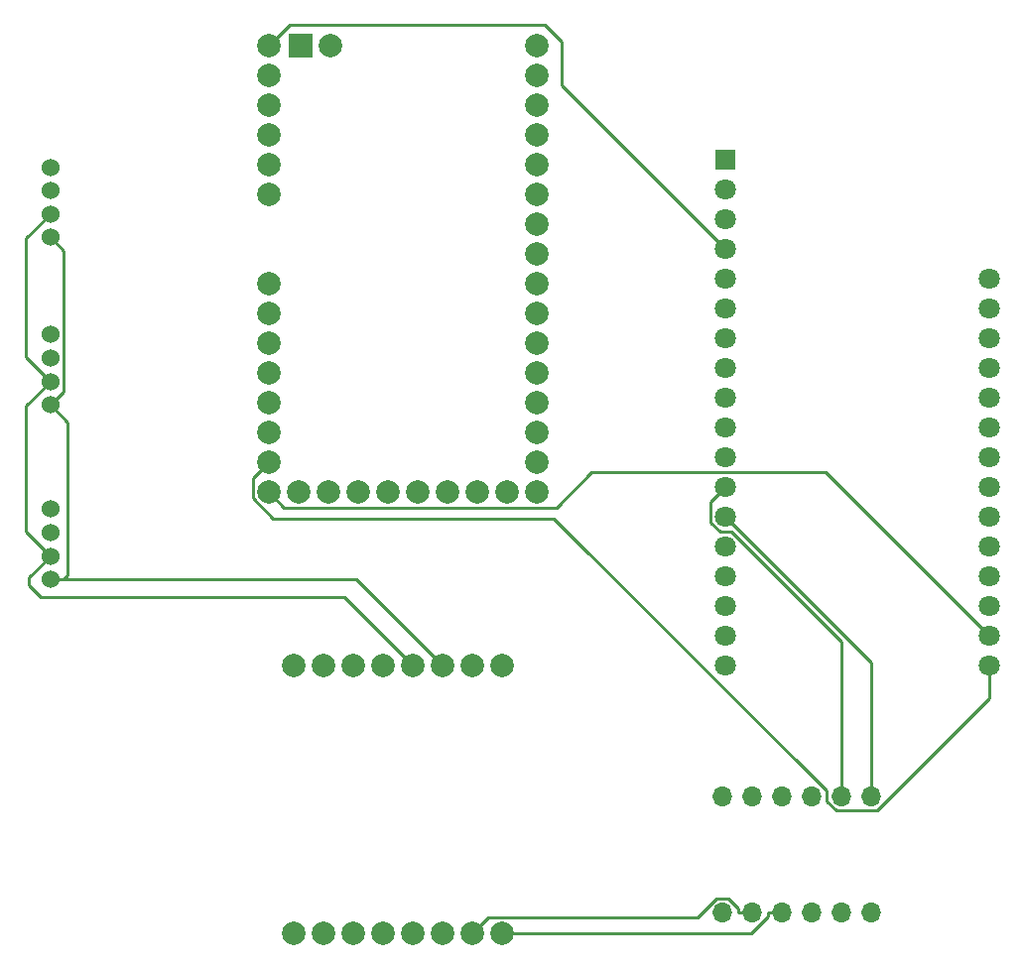
<source format=gbr>
%TF.GenerationSoftware,KiCad,Pcbnew,7.0.10*%
%TF.CreationDate,2024-01-09T19:55:11+00:00*%
%TF.ProjectId,data_logger,64617461-5f6c-46f6-9767-65722e6b6963,rev?*%
%TF.SameCoordinates,Original*%
%TF.FileFunction,Copper,L1,Top*%
%TF.FilePolarity,Positive*%
%FSLAX46Y46*%
G04 Gerber Fmt 4.6, Leading zero omitted, Abs format (unit mm)*
G04 Created by KiCad (PCBNEW 7.0.10) date 2024-01-09 19:55:11*
%MOMM*%
%LPD*%
G01*
G04 APERTURE LIST*
%TA.AperFunction,ComponentPad*%
%ADD10C,1.524000*%
%TD*%
%TA.AperFunction,ComponentPad*%
%ADD11C,2.000000*%
%TD*%
%TA.AperFunction,ComponentPad*%
%ADD12R,2.000000X2.000000*%
%TD*%
%TA.AperFunction,ComponentPad*%
%ADD13C,1.800000*%
%TD*%
%TA.AperFunction,ComponentPad*%
%ADD14R,1.800000X1.800000*%
%TD*%
%TA.AperFunction,ComponentPad*%
%ADD15O,1.700000X1.700000*%
%TD*%
%TA.AperFunction,Conductor*%
%ADD16C,0.250000*%
%TD*%
G04 APERTURE END LIST*
D10*
%TO.P,J3,1,GND*%
%TO.N,Earth*%
X44754500Y-90299000D03*
%TO.P,J3,2,VCC*%
%TO.N,+3V3*%
X44754500Y-92299000D03*
%TO.P,J3,3,SDA*%
%TO.N,Net-(J1-SDA)*%
X44754500Y-94299000D03*
%TO.P,J3,4,SCL*%
%TO.N,Net-(J1-SCL)*%
X44754500Y-96299000D03*
%TD*%
%TO.P,J1,1,GND*%
%TO.N,Earth*%
X44754500Y-61099000D03*
%TO.P,J1,2,VCC*%
%TO.N,+3V3*%
X44754500Y-63099000D03*
%TO.P,J1,3,SDA*%
%TO.N,Net-(J1-SDA)*%
X44754500Y-65099000D03*
%TO.P,J1,4,SCL*%
%TO.N,Net-(J1-SCL)*%
X44754500Y-67099000D03*
%TD*%
%TO.P,J2,1,GND*%
%TO.N,Earth*%
X44754500Y-75399000D03*
%TO.P,J2,2,VCC*%
%TO.N,+3V3*%
X44754500Y-77399000D03*
%TO.P,J2,3,SDA*%
%TO.N,Net-(J1-SDA)*%
X44754500Y-79399000D03*
%TO.P,J2,4,SCL*%
%TO.N,Net-(J1-SCL)*%
X44754500Y-81399000D03*
%TD*%
D11*
%TO.P,U2,1*%
%TO.N,N/C*%
X86240000Y-50700000D03*
%TO.P,U2,2*%
X86240000Y-53240000D03*
%TO.P,U2,3*%
X86240000Y-55780000D03*
%TO.P,U2,4*%
X86240000Y-58320000D03*
%TO.P,U2,5*%
X86240000Y-60860000D03*
%TO.P,U2,6*%
X86240000Y-63400000D03*
%TO.P,U2,7*%
X86240000Y-65940000D03*
%TO.P,U2,8*%
X86240000Y-68480000D03*
%TO.P,U2,9*%
X86240000Y-71020000D03*
%TO.P,U2,10*%
X86240000Y-73560000D03*
%TO.P,U2,11*%
X86240000Y-76100000D03*
%TO.P,U2,12*%
X86240000Y-78640000D03*
%TO.P,U2,13*%
X86240000Y-81180000D03*
%TO.P,U2,14,VIO*%
%TO.N,unconnected-(U2-VIO-Pad14)*%
X86240000Y-83720000D03*
%TO.P,U2,15,VBAT*%
%TO.N,unconnected-(U2-VBAT-Pad15)*%
X86240000Y-86260000D03*
%TO.P,U2,16,GND*%
%TO.N,unconnected-(U2-GND-Pad16)*%
X86240000Y-88800000D03*
%TO.P,U2,17*%
%TO.N,N/C*%
X83700000Y-88800000D03*
%TO.P,U2,18*%
X81160000Y-88800000D03*
%TO.P,U2,19,SD_CLK*%
%TO.N,Net-(U2-SD_CLK)*%
X78620000Y-88800000D03*
%TO.P,U2,20,SD_MOSI*%
%TO.N,Net-(U2-SD_MOSI)*%
X76080000Y-88800000D03*
%TO.P,U2,21,SD_MISO*%
%TO.N,Net-(U2-SD_MISO)*%
X73540000Y-88800000D03*
%TO.P,U2,22*%
%TO.N,N/C*%
X71000000Y-88800000D03*
%TO.P,U2,23*%
X68460000Y-88800000D03*
%TO.P,U2,24,SD_CS0*%
%TO.N,Net-(U2-SD_CS0)*%
X65920000Y-88800000D03*
%TO.P,U2,25,TX1*%
%TO.N,Net-(U1-D11{slash}UART2-Rx)*%
X63380000Y-88800000D03*
%TO.P,U2,26,RX1*%
%TO.N,Net-(U1-D10{slash}UART2-Tx)*%
X63380000Y-86260000D03*
%TO.P,U2,27,CTS1*%
%TO.N,unconnected-(U2-CTS1-Pad27)*%
X63380000Y-83720000D03*
%TO.P,U2,28,RTS1*%
%TO.N,unconnected-(U2-RTS1-Pad28)*%
X63380000Y-81180000D03*
%TO.P,U2,29,GPS_RX*%
%TO.N,Net-(U1-MISO)*%
X63380000Y-78640000D03*
%TO.P,U2,30,GPS_TX*%
%TO.N,Net-(U1-SCK)*%
X63380000Y-76100000D03*
%TO.P,U2,31,IO6*%
%TO.N,unconnected-(U2-IO6-Pad31)*%
X63380000Y-73560000D03*
%TO.P,U2,32,IO7*%
%TO.N,unconnected-(U2-IO7-Pad32)*%
X63380000Y-71020000D03*
%TO.P,U2,33,HST_TX*%
%TO.N,unconnected-(U2-HST_TX-Pad33)*%
X63380000Y-63400000D03*
%TO.P,U2,34,HST_RX*%
%TO.N,unconnected-(U2-HST_RX-Pad34)*%
X63380000Y-60860000D03*
%TO.P,U2,35,PMR_KEY*%
%TO.N,unconnected-(U2-PMR_KEY-Pad35)*%
X63380000Y-58320000D03*
%TO.P,U2,36,RST*%
%TO.N,unconnected-(U2-RST-Pad36)*%
X63380000Y-55780000D03*
%TO.P,U2,37,VUSB/5V*%
%TO.N,+5V*%
X63380000Y-53240000D03*
%TO.P,U2,38,GND*%
%TO.N,Earth*%
X63380000Y-50700000D03*
D12*
%TO.P,U2,39*%
%TO.N,N/C*%
X66098000Y-50700000D03*
D11*
%TO.P,U2,40*%
X68638000Y-50700000D03*
%TD*%
%TO.P,U3,1,NC*%
%TO.N,unconnected-(U3-NC-Pad1)*%
X65500000Y-126492000D03*
%TO.P,U3,2,NC*%
%TO.N,unconnected-(U3-NC-Pad2)*%
X68040000Y-126492000D03*
%TO.P,U3,3,CS*%
%TO.N,unconnected-(U3-CS-Pad3)*%
X70580000Y-126492000D03*
%TO.P,U3,4,SCK*%
%TO.N,unconnected-(U3-SCK-Pad4)*%
X73120000Y-126492000D03*
%TO.P,U3,5,SDO*%
%TO.N,unconnected-(U3-SDO-Pad5)*%
X75660000Y-126492000D03*
%TO.P,U3,6,SDI*%
%TO.N,unconnected-(U3-SDI-Pad6)*%
X78200000Y-126492000D03*
%TO.P,U3,7,3V3*%
%TO.N,+3V3*%
X80740000Y-126492000D03*
%TO.P,U3,8,GND*%
%TO.N,Earth*%
X83280000Y-126492000D03*
%TO.P,U3,9,SYN*%
%TO.N,unconnected-(U3-SYN-Pad9)*%
X65500000Y-103632000D03*
%TO.P,U3,10,INT*%
%TO.N,unconnected-(U3-INT-Pad10)*%
X68040000Y-103632000D03*
%TO.P,U3,11,NC*%
%TO.N,unconnected-(U3-NC-Pad11)*%
X70580000Y-103632000D03*
%TO.P,U3,12,NC*%
%TO.N,unconnected-(U3-NC-Pad12)*%
X73120000Y-103632000D03*
%TO.P,U3,13,SCL*%
%TO.N,Net-(J1-SDA)*%
X75660000Y-103632000D03*
%TO.P,U3,14,SDA*%
%TO.N,Net-(J1-SCL)*%
X78200000Y-103632000D03*
%TO.P,U3,15,NC*%
%TO.N,unconnected-(U3-NC-Pad15)*%
X80740000Y-103632000D03*
%TO.P,U3,16,GND*%
%TO.N,unconnected-(U3-GND-Pad16)*%
X83280000Y-103632000D03*
%TD*%
D13*
%TO.P,U1,*%
%TO.N,*%
X102362000Y-65532000D03*
D14*
%TO.P,U1,1,RST*%
%TO.N,unconnected-(U1-RST-Pad1)*%
X102362000Y-60452000D03*
D13*
%TO.P,U1,2,3.3V*%
%TO.N,unconnected-(U1-3.3V-Pad2)*%
X102362000Y-62992000D03*
%TO.P,U1,4,GND*%
%TO.N,Earth*%
X102362000Y-68072000D03*
%TO.P,U1,5,EN*%
%TO.N,unconnected-(U1-EN-Pad5)*%
X102362000Y-70612000D03*
%TO.P,U1,6,SCK*%
%TO.N,Net-(U1-SCK)*%
X102362000Y-73152000D03*
%TO.P,U1,7,MOSI*%
%TO.N,unconnected-(U1-MOSI-Pad7)*%
X102362000Y-75692000D03*
%TO.P,U1,8,MISO*%
%TO.N,Net-(U1-MISO)*%
X102362000Y-78232000D03*
%TO.P,U1,9,SCL*%
%TO.N,Net-(J1-SCL)*%
X102362000Y-80772000D03*
%TO.P,U1,10,SDA*%
%TO.N,Net-(J1-SDA)*%
X102362000Y-83312000D03*
%TO.P,U1,11,D9*%
%TO.N,unconnected-(U1-D9-Pad11)*%
X102362000Y-85852000D03*
%TO.P,U1,12,D7*%
%TO.N,Net-(J4-Pin_5)*%
X102362000Y-88392000D03*
%TO.P,U1,13,D6*%
%TO.N,Net-(J4-Pin_6)*%
X102362000Y-90932000D03*
%TO.P,U1,14,D5*%
%TO.N,unconnected-(U1-D5-Pad14)*%
X102362000Y-93472000D03*
%TO.P,U1,15,D3*%
%TO.N,unconnected-(U1-D3-Pad15)*%
X102362000Y-96012000D03*
%TO.P,U1,16,D2*%
%TO.N,unconnected-(U1-D2-Pad16)*%
X102362000Y-98552000D03*
%TO.P,U1,17,TX*%
%TO.N,unconnected-(U1-TX-Pad17)*%
X102362000Y-101092000D03*
%TO.P,U1,18,RX*%
%TO.N,unconnected-(U1-RX-Pad18)*%
X102362000Y-103632000D03*
%TO.P,U1,19,VCC*%
%TO.N,+5V*%
X124862000Y-70612000D03*
%TO.P,U1,20,3.3V*%
%TO.N,unconnected-(U1-3.3V-Pad20)*%
X124862000Y-73152000D03*
%TO.P,U1,21,GND*%
%TO.N,unconnected-(U1-GND-Pad21)*%
X124862000Y-75692000D03*
%TO.P,U1,22,SCL*%
%TO.N,unconnected-(U1-SCL-Pad22)*%
X124862000Y-78232000D03*
%TO.P,U1,23,SDA*%
%TO.N,unconnected-(U1-SDA-Pad23)*%
X124862000Y-80772000D03*
%TO.P,U1,24,A4*%
%TO.N,Net-(J4-Pin_1)*%
X124862000Y-83312000D03*
%TO.P,U1,25,A3*%
%TO.N,unconnected-(J5-Pin_1-Pad1)*%
X124862000Y-85852000D03*
%TO.P,U1,26,A2*%
%TO.N,unconnected-(U1-A2-Pad26)*%
X124862000Y-88392000D03*
%TO.P,U1,27,A1*%
%TO.N,unconnected-(U1-A1-Pad27)*%
X124862000Y-90932000D03*
%TO.P,U1,28,A0*%
%TO.N,unconnected-(U1-A0-Pad28)*%
X124862000Y-93472000D03*
%TO.P,U1,29,D13*%
%TO.N,Net-(J4-Pin_4)*%
X124862000Y-96012000D03*
%TO.P,U1,30,D12*%
%TO.N,unconnected-(U1-D12-Pad30)*%
X124862000Y-98552000D03*
%TO.P,U1,31,D11/UART2-Rx*%
%TO.N,Net-(U1-D11{slash}UART2-Rx)*%
X124862000Y-101092000D03*
%TO.P,U1,32,D10/UART2-Tx*%
%TO.N,Net-(U1-D10{slash}UART2-Tx)*%
X124862000Y-103632000D03*
%TD*%
D15*
%TO.P,J4,1,Pin_1*%
%TO.N,Net-(J4-Pin_1)*%
X102108000Y-114808000D03*
%TO.P,J4,2,Pin_2*%
%TO.N,unconnected-(J4-Pin_2-Pad2)*%
X104648000Y-114808000D03*
%TO.P,J4,3,Pin_3*%
%TO.N,unconnected-(J4-Pin_3-Pad3)*%
X107188000Y-114808000D03*
%TO.P,J4,4,Pin_4*%
%TO.N,Net-(J4-Pin_4)*%
X109728000Y-114808000D03*
%TO.P,J4,5,Pin_5*%
%TO.N,Net-(J4-Pin_5)*%
X112268000Y-114808000D03*
%TO.P,J4,6,Pin_6*%
%TO.N,Net-(J4-Pin_6)*%
X114808000Y-114808000D03*
%TD*%
%TO.P,J5,1,Pin_1*%
%TO.N,unconnected-(J5-Pin_1-Pad1)*%
X102108000Y-124714000D03*
%TO.P,J5,2,Pin_2*%
%TO.N,+3V3*%
X104648000Y-124714000D03*
%TO.P,J5,3,Pin_3*%
%TO.N,Earth*%
X107188000Y-124714000D03*
%TO.P,J5,4,Pin_4*%
%TO.N,Net-(J4-Pin_4)*%
X109728000Y-124714000D03*
%TO.P,J5,5,Pin_5*%
%TO.N,Net-(J4-Pin_5)*%
X112268000Y-124714000D03*
%TO.P,J5,6,Pin_6*%
%TO.N,Net-(J4-Pin_6)*%
X114808000Y-124714000D03*
%TD*%
D16*
%TO.N,Net-(J1-SCL)*%
X46228000Y-95929500D02*
X46228000Y-82872500D01*
X45858500Y-96299000D02*
X46228000Y-95929500D01*
X46228000Y-82872500D02*
X44754500Y-81399000D01*
%TO.N,Net-(J1-SDA)*%
X42926000Y-96127500D02*
X44754500Y-94299000D01*
X43942000Y-97790000D02*
X42926000Y-96774000D01*
X42926000Y-96774000D02*
X42926000Y-96127500D01*
X69818000Y-97790000D02*
X43942000Y-97790000D01*
X75660000Y-103632000D02*
X69818000Y-97790000D01*
X42672000Y-67181500D02*
X44754500Y-65099000D01*
X42672000Y-77316500D02*
X42672000Y-67181500D01*
X44754500Y-79399000D02*
X42672000Y-77316500D01*
X44754500Y-94299000D02*
X42672000Y-92216500D01*
X42672000Y-92216500D02*
X42672000Y-81481500D01*
X42672000Y-81481500D02*
X44754500Y-79399000D01*
%TO.N,Net-(J4-Pin_6)*%
X114808000Y-103378000D02*
X102362000Y-90932000D01*
X114808000Y-114808000D02*
X114808000Y-103378000D01*
%TO.N,Net-(J4-Pin_5)*%
X101100300Y-89653700D02*
X102362000Y-88392000D01*
X101100300Y-91409200D02*
X101100300Y-89653700D01*
X101893100Y-92202000D02*
X101100300Y-91409200D01*
X102827100Y-92202000D02*
X101893100Y-92202000D01*
X112268000Y-101642900D02*
X102827100Y-92202000D01*
X112268000Y-114808000D02*
X112268000Y-101642900D01*
%TO.N,Net-(U1-D10{slash}UART2-Tx)*%
X62025600Y-87614400D02*
X63380000Y-86260000D01*
X62025600Y-89350100D02*
X62025600Y-87614400D01*
X63748400Y-91072900D02*
X62025600Y-89350100D01*
X87744700Y-91072900D02*
X63748400Y-91072900D01*
X110998000Y-114326200D02*
X87744700Y-91072900D01*
X110998000Y-115217700D02*
X110998000Y-114326200D01*
X111806600Y-116026300D02*
X110998000Y-115217700D01*
X115290500Y-116026300D02*
X111806600Y-116026300D01*
X124862000Y-106454800D02*
X115290500Y-116026300D01*
X124862000Y-103632000D02*
X124862000Y-106454800D01*
%TO.N,+3V3*%
X104648000Y-124714000D02*
X103471100Y-124714000D01*
X82094800Y-125137200D02*
X80740000Y-126492000D01*
X100020500Y-125137200D02*
X82094800Y-125137200D01*
X100020500Y-125137100D02*
X100020500Y-125137200D01*
X101620500Y-123537100D02*
X100020500Y-125137100D01*
X102595500Y-123537100D02*
X101620500Y-123537100D01*
X103471100Y-124412700D02*
X102595500Y-123537100D01*
X103471100Y-124714000D02*
X103471100Y-124412700D01*
%TO.N,Net-(U1-D11{slash}UART2-Rx)*%
X64714200Y-90134200D02*
X63380000Y-88800000D01*
X87923800Y-90134200D02*
X64714200Y-90134200D01*
X90936000Y-87122000D02*
X87923800Y-90134200D01*
X110892000Y-87122000D02*
X90936000Y-87122000D01*
X124862000Y-101092000D02*
X110892000Y-87122000D01*
%TO.N,Net-(J1-SCL)*%
X70867000Y-96299000D02*
X45858500Y-96299000D01*
X78200000Y-103632000D02*
X70867000Y-96299000D01*
X45858500Y-96299000D02*
X44754500Y-96299000D01*
X45886400Y-80267100D02*
X44754500Y-81399000D01*
X45886400Y-68230900D02*
X45886400Y-80267100D01*
X44754500Y-67099000D02*
X45886400Y-68230900D01*
%TO.N,Earth*%
X65168200Y-48911800D02*
X63380000Y-50700000D01*
X86978300Y-48911800D02*
X65168200Y-48911800D01*
X88414500Y-50348000D02*
X86978300Y-48911800D01*
X88414500Y-54124500D02*
X88414500Y-50348000D01*
X102362000Y-68072000D02*
X88414500Y-54124500D01*
X104600900Y-126492000D02*
X83280000Y-126492000D01*
X106011100Y-125081800D02*
X104600900Y-126492000D01*
X106011100Y-124714000D02*
X106011100Y-125081800D01*
X107188000Y-124714000D02*
X106011100Y-124714000D01*
%TD*%
M02*

</source>
